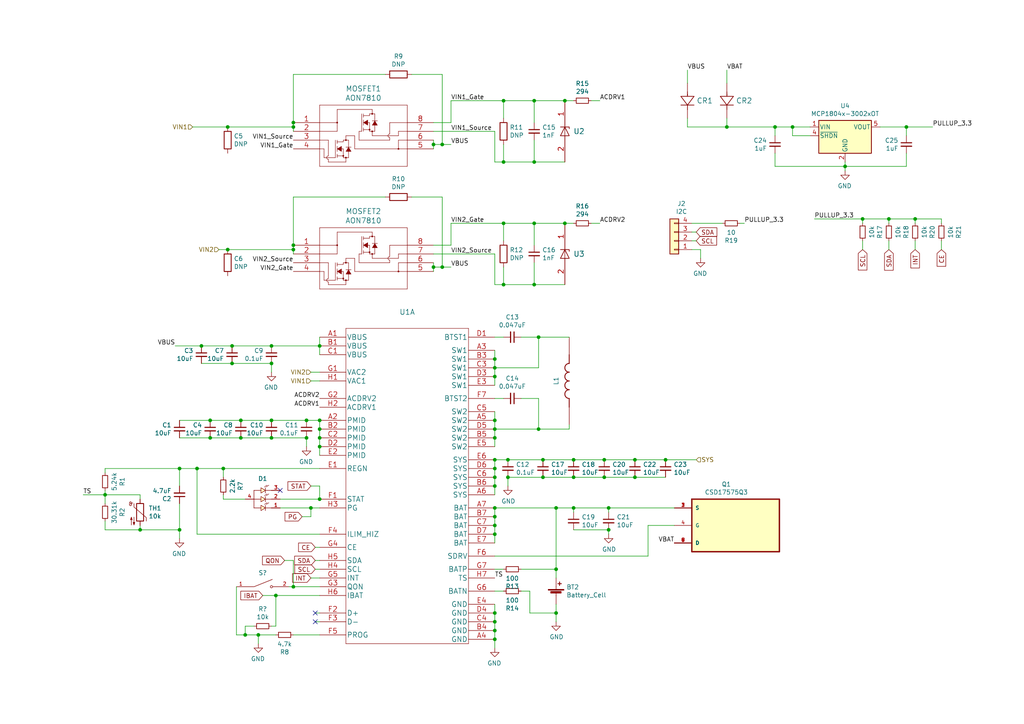
<source format=kicad_sch>
(kicad_sch (version 20211123) (generator eeschema)
  (paper "A4")
  (junction (at 175.26 138.43))
  (junction (at 143.51 140.97))
  (junction (at 143.51 177.8))
  (junction (at 176.53 153.67))
  (junction (at 80.01 172.72))
  (junction (at 52.07 135.89))
  (junction (at 161.29 147.32))
  (junction (at 143.51 180.34))
  (junction (at 175.26 133.35))
  (junction (at 143.51 106.68))
  (junction (at 146.05 64.77))
  (junction (at 147.32 138.43))
  (junction (at 85.09 35.56))
  (junction (at 60.96 121.92))
  (junction (at 143.51 185.42))
  (junction (at 143.51 149.86))
  (junction (at 92.71 121.92))
  (junction (at 57.15 135.89))
  (junction (at 143.51 121.92))
  (junction (at 88.9 121.92))
  (junction (at 143.51 182.88))
  (junction (at 146.05 46.99))
  (junction (at 92.71 129.54))
  (junction (at 156.21 124.46))
  (junction (at 154.94 29.21))
  (junction (at 143.51 135.89))
  (junction (at 78.74 100.33))
  (junction (at 166.37 138.43))
  (junction (at 85.09 36.83))
  (junction (at 143.51 154.94))
  (junction (at 78.74 105.41))
  (junction (at 128.27 77.47))
  (junction (at 85.09 72.39))
  (junction (at 90.17 147.32))
  (junction (at 262.89 36.83))
  (junction (at 64.77 135.89))
  (junction (at 92.71 100.33))
  (junction (at 224.79 36.83))
  (junction (at 229.87 36.83))
  (junction (at 166.37 133.35))
  (junction (at 60.96 127))
  (junction (at 67.31 100.33))
  (junction (at 146.05 29.21))
  (junction (at 69.85 127))
  (junction (at 245.11 48.26))
  (junction (at 154.94 46.99))
  (junction (at 157.48 138.43))
  (junction (at 265.43 63.5))
  (junction (at 66.04 72.39))
  (junction (at 125.73 41.91))
  (junction (at 143.51 147.32))
  (junction (at 71.12 184.15))
  (junction (at 143.51 124.46))
  (junction (at 143.51 133.35))
  (junction (at 52.07 153.67))
  (junction (at 69.85 121.92))
  (junction (at 184.15 138.43))
  (junction (at 143.51 138.43))
  (junction (at 58.42 100.33))
  (junction (at 67.31 105.41))
  (junction (at 85.09 170.18))
  (junction (at 154.94 82.55))
  (junction (at 146.05 82.55))
  (junction (at 40.64 153.67))
  (junction (at 250.19 63.5))
  (junction (at 88.9 127))
  (junction (at 163.83 29.21))
  (junction (at 161.29 165.1))
  (junction (at 156.21 97.79))
  (junction (at 30.48 143.51))
  (junction (at 184.15 133.35))
  (junction (at 161.29 177.8))
  (junction (at 176.53 147.32))
  (junction (at 92.71 144.78))
  (junction (at 92.71 124.46))
  (junction (at 154.94 64.77))
  (junction (at 125.73 77.47))
  (junction (at 143.51 127))
  (junction (at 147.32 133.35))
  (junction (at 166.37 147.32))
  (junction (at 85.09 71.12))
  (junction (at 143.51 109.22))
  (junction (at 128.27 41.91))
  (junction (at 78.74 121.92))
  (junction (at 92.71 127))
  (junction (at 210.82 36.83))
  (junction (at 74.93 184.15))
  (junction (at 143.51 104.14))
  (junction (at 193.04 133.35))
  (junction (at 143.51 152.4))
  (junction (at 257.81 63.5))
  (junction (at 78.74 127))
  (junction (at 66.04 36.83))
  (junction (at 163.83 64.77))
  (junction (at 157.48 133.35))
  (no_connect (at 91.44 180.34))
  (no_connect (at 81.28 142.24))
  (no_connect (at 91.44 177.8))
  (wire (pts (xy 125.73 35.56) (xy 130.81 35.56)))
  (wire (pts (xy 166.37 133.35) (xy 175.26 133.35)))
  (wire (pts (xy 163.83 29.21) (xy 166.37 29.21)))
  (wire (pts (xy 265.43 69.85) (xy 265.43 72.39)))
  (wire (pts (xy 125.73 38.1) (xy 143.51 38.1)))
  (wire (pts (xy 200.66 67.31) (xy 201.93 67.31)))
  (wire (pts (xy 147.32 133.35) (xy 157.48 133.35)))
  (wire (pts (xy 69.85 127) (xy 60.96 127)))
  (wire (pts (xy 143.51 119.38) (xy 143.51 121.92)))
  (wire (pts (xy 90.17 107.95) (xy 92.71 107.95)))
  (wire (pts (xy 166.37 153.67) (xy 176.53 153.67)))
  (wire (pts (xy 143.51 82.55) (xy 146.05 82.55)))
  (wire (pts (xy 81.28 144.78) (xy 92.71 144.78)))
  (wire (pts (xy 154.94 82.55) (xy 163.83 82.55)))
  (wire (pts (xy 128.27 57.15) (xy 128.27 77.47)))
  (wire (pts (xy 210.82 34.29) (xy 210.82 36.83)))
  (wire (pts (xy 50.8 100.33) (xy 58.42 100.33)))
  (wire (pts (xy 78.74 121.92) (xy 69.85 121.92)))
  (wire (pts (xy 143.51 149.86) (xy 143.51 152.4)))
  (wire (pts (xy 154.94 64.77) (xy 163.83 64.77)))
  (wire (pts (xy 30.48 137.16) (xy 30.48 135.89)))
  (wire (pts (xy 143.51 165.1) (xy 146.05 165.1)))
  (wire (pts (xy 151.13 171.45) (xy 153.67 171.45)))
  (wire (pts (xy 146.05 29.21) (xy 154.94 29.21)))
  (wire (pts (xy 143.51 175.26) (xy 143.51 177.8)))
  (wire (pts (xy 91.44 165.1) (xy 92.71 165.1)))
  (wire (pts (xy 143.51 121.92) (xy 143.51 124.46)))
  (wire (pts (xy 143.51 147.32) (xy 161.29 147.32)))
  (wire (pts (xy 143.51 147.32) (xy 143.51 149.86)))
  (wire (pts (xy 154.94 40.64) (xy 154.94 46.99)))
  (wire (pts (xy 224.79 36.83) (xy 224.79 39.37)))
  (wire (pts (xy 30.48 151.13) (xy 30.48 153.67)))
  (wire (pts (xy 92.71 124.46) (xy 92.71 121.92)))
  (wire (pts (xy 165.1 97.79) (xy 156.21 97.79)))
  (wire (pts (xy 82.55 162.56) (xy 85.09 162.56)))
  (wire (pts (xy 83.82 170.18) (xy 85.09 170.18)))
  (wire (pts (xy 90.17 110.49) (xy 92.71 110.49)))
  (wire (pts (xy 176.53 147.32) (xy 176.53 148.59)))
  (wire (pts (xy 166.37 147.32) (xy 176.53 147.32)))
  (wire (pts (xy 74.93 186.69) (xy 74.93 184.15)))
  (wire (pts (xy 146.05 64.77) (xy 154.94 64.77)))
  (wire (pts (xy 85.09 71.12) (xy 85.09 72.39)))
  (wire (pts (xy 151.13 115.57) (xy 156.21 115.57)))
  (wire (pts (xy 273.05 63.5) (xy 273.05 64.77)))
  (wire (pts (xy 67.31 100.33) (xy 58.42 100.33)))
  (wire (pts (xy 85.09 184.15) (xy 92.71 184.15)))
  (wire (pts (xy 85.09 21.59) (xy 111.76 21.59)))
  (wire (pts (xy 257.81 69.85) (xy 257.81 72.39)))
  (wire (pts (xy 153.67 171.45) (xy 153.67 177.8)))
  (wire (pts (xy 40.64 153.67) (xy 52.07 153.67)))
  (wire (pts (xy 80.01 172.72) (xy 80.01 181.61)))
  (wire (pts (xy 255.27 36.83) (xy 262.89 36.83)))
  (wire (pts (xy 250.19 63.5) (xy 257.81 63.5)))
  (wire (pts (xy 143.51 143.51) (xy 143.51 140.97)))
  (wire (pts (xy 146.05 46.99) (xy 154.94 46.99)))
  (wire (pts (xy 143.51 106.68) (xy 156.21 106.68)))
  (wire (pts (xy 210.82 20.32) (xy 210.82 24.13)))
  (wire (pts (xy 90.17 149.86) (xy 90.17 147.32)))
  (wire (pts (xy 40.64 153.67) (xy 40.64 152.4)))
  (wire (pts (xy 199.39 34.29) (xy 199.39 36.83)))
  (wire (pts (xy 176.53 154.94) (xy 176.53 153.67)))
  (wire (pts (xy 229.87 36.83) (xy 229.87 39.37)))
  (wire (pts (xy 143.51 115.57) (xy 146.05 115.57)))
  (wire (pts (xy 143.51 182.88) (xy 143.51 185.42)))
  (wire (pts (xy 143.51 106.68) (xy 143.51 109.22)))
  (wire (pts (xy 130.81 29.21) (xy 146.05 29.21)))
  (wire (pts (xy 166.37 147.32) (xy 166.37 148.59)))
  (wire (pts (xy 85.09 162.56) (xy 85.09 170.18)))
  (wire (pts (xy 57.15 135.89) (xy 57.15 154.94)))
  (wire (pts (xy 92.71 140.97) (xy 92.71 144.78)))
  (wire (pts (xy 153.67 177.8) (xy 161.29 177.8)))
  (wire (pts (xy 154.94 29.21) (xy 163.83 29.21)))
  (wire (pts (xy 161.29 167.64) (xy 161.29 165.1)))
  (wire (pts (xy 80.01 172.72) (xy 92.71 172.72)))
  (wire (pts (xy 262.89 48.26) (xy 245.11 48.26)))
  (wire (pts (xy 30.48 142.24) (xy 30.48 143.51)))
  (wire (pts (xy 52.07 135.89) (xy 57.15 135.89)))
  (wire (pts (xy 128.27 77.47) (xy 125.73 77.47)))
  (wire (pts (xy 262.89 36.83) (xy 270.51 36.83)))
  (wire (pts (xy 245.11 48.26) (xy 245.11 49.53)))
  (wire (pts (xy 214.63 64.77) (xy 215.9 64.77)))
  (wire (pts (xy 68.58 184.15) (xy 71.12 184.15)))
  (wire (pts (xy 200.66 64.77) (xy 209.55 64.77)))
  (wire (pts (xy 143.51 127) (xy 143.51 129.54)))
  (wire (pts (xy 143.51 154.94) (xy 143.51 157.48)))
  (wire (pts (xy 146.05 82.55) (xy 154.94 82.55)))
  (wire (pts (xy 146.05 41.91) (xy 146.05 46.99)))
  (wire (pts (xy 143.51 152.4) (xy 143.51 154.94)))
  (wire (pts (xy 119.38 21.59) (xy 128.27 21.59)))
  (wire (pts (xy 88.9 127) (xy 78.74 127)))
  (wire (pts (xy 200.66 72.39) (xy 203.2 72.39)))
  (wire (pts (xy 92.71 129.54) (xy 92.71 127)))
  (wire (pts (xy 199.39 20.32) (xy 199.39 24.13)))
  (wire (pts (xy 71.12 184.15) (xy 71.12 181.61)))
  (wire (pts (xy 92.71 127) (xy 92.71 124.46)))
  (wire (pts (xy 236.22 63.5) (xy 250.19 63.5)))
  (wire (pts (xy 125.73 73.66) (xy 143.51 73.66)))
  (wire (pts (xy 85.09 170.18) (xy 92.71 170.18)))
  (wire (pts (xy 187.96 152.4) (xy 195.58 152.4)))
  (wire (pts (xy 146.05 69.85) (xy 146.05 64.77)))
  (wire (pts (xy 156.21 106.68) (xy 156.21 97.79)))
  (wire (pts (xy 171.45 29.21) (xy 173.99 29.21)))
  (wire (pts (xy 166.37 138.43) (xy 175.26 138.43)))
  (wire (pts (xy 187.96 161.29) (xy 187.96 152.4)))
  (wire (pts (xy 143.51 140.97) (xy 143.51 138.43)))
  (wire (pts (xy 67.31 100.33) (xy 78.74 100.33)))
  (wire (pts (xy 74.93 184.15) (xy 80.01 184.15)))
  (wire (pts (xy 130.81 35.56) (xy 130.81 29.21)))
  (wire (pts (xy 92.71 100.33) (xy 92.71 102.87)))
  (wire (pts (xy 88.9 121.92) (xy 78.74 121.92)))
  (wire (pts (xy 119.38 57.15) (xy 128.27 57.15)))
  (wire (pts (xy 143.51 135.89) (xy 143.51 133.35)))
  (wire (pts (xy 143.51 138.43) (xy 143.51 135.89)))
  (wire (pts (xy 165.1 123.19) (xy 165.1 124.46)))
  (wire (pts (xy 55.88 36.83) (xy 66.04 36.83)))
  (wire (pts (xy 66.04 36.83) (xy 85.09 36.83)))
  (wire (pts (xy 85.09 71.12) (xy 85.09 57.15)))
  (wire (pts (xy 90.17 167.64) (xy 92.71 167.64)))
  (wire (pts (xy 143.51 101.6) (xy 143.51 104.14)))
  (wire (pts (xy 30.48 135.89) (xy 52.07 135.89)))
  (wire (pts (xy 176.53 147.32) (xy 195.58 147.32)))
  (wire (pts (xy 143.51 133.35) (xy 147.32 133.35)))
  (wire (pts (xy 91.44 158.75) (xy 92.71 158.75)))
  (wire (pts (xy 68.58 170.18) (xy 68.58 184.15)))
  (wire (pts (xy 143.51 46.99) (xy 146.05 46.99)))
  (wire (pts (xy 175.26 138.43) (xy 184.15 138.43)))
  (wire (pts (xy 85.09 72.39) (xy 85.09 73.66)))
  (wire (pts (xy 130.81 71.12) (xy 130.81 64.77)))
  (wire (pts (xy 88.9 129.54) (xy 88.9 127)))
  (wire (pts (xy 130.81 64.77) (xy 146.05 64.77)))
  (wire (pts (xy 64.77 144.78) (xy 71.12 144.78)))
  (wire (pts (xy 143.51 124.46) (xy 143.51 127)))
  (wire (pts (xy 161.29 165.1) (xy 151.13 165.1)))
  (wire (pts (xy 40.64 143.51) (xy 40.64 144.78)))
  (wire (pts (xy 143.51 177.8) (xy 143.51 180.34)))
  (wire (pts (xy 78.74 127) (xy 69.85 127)))
  (wire (pts (xy 265.43 63.5) (xy 265.43 64.77)))
  (wire (pts (xy 143.51 161.29) (xy 187.96 161.29)))
  (wire (pts (xy 161.29 147.32) (xy 161.29 165.1)))
  (wire (pts (xy 52.07 146.05) (xy 52.07 153.67)))
  (wire (pts (xy 63.5 72.39) (xy 66.04 72.39)))
  (wire (pts (xy 147.32 140.97) (xy 147.32 138.43)))
  (wire (pts (xy 257.81 63.5) (xy 265.43 63.5)))
  (wire (pts (xy 257.81 63.5) (xy 257.81 64.77)))
  (wire (pts (xy 90.17 147.32) (xy 92.71 147.32)))
  (wire (pts (xy 184.15 133.35) (xy 193.04 133.35)))
  (wire (pts (xy 67.31 105.41) (xy 58.42 105.41)))
  (wire (pts (xy 161.29 180.34) (xy 161.29 177.8)))
  (wire (pts (xy 143.51 97.79) (xy 146.05 97.79)))
  (wire (pts (xy 229.87 39.37) (xy 234.95 39.37)))
  (wire (pts (xy 125.73 41.91) (xy 125.73 43.18)))
  (wire (pts (xy 154.94 64.77) (xy 154.94 71.12)))
  (wire (pts (xy 143.51 38.1) (xy 143.51 46.99)))
  (wire (pts (xy 143.51 185.42) (xy 143.51 187.96)))
  (wire (pts (xy 69.85 121.92) (xy 60.96 121.92)))
  (wire (pts (xy 92.71 162.56) (xy 91.44 162.56)))
  (wire (pts (xy 193.04 133.35) (xy 201.93 133.35)))
  (wire (pts (xy 30.48 143.51) (xy 40.64 143.51)))
  (wire (pts (xy 76.2 172.72) (xy 80.01 172.72)))
  (wire (pts (xy 92.71 97.79) (xy 92.71 100.33)))
  (wire (pts (xy 64.77 135.89) (xy 92.71 135.89)))
  (wire (pts (xy 224.79 44.45) (xy 224.79 48.26)))
  (wire (pts (xy 92.71 100.33) (xy 78.74 100.33)))
  (wire (pts (xy 60.96 121.92) (xy 52.07 121.92)))
  (wire (pts (xy 87.63 149.86) (xy 90.17 149.86)))
  (wire (pts (xy 128.27 41.91) (xy 125.73 41.91)))
  (wire (pts (xy 273.05 69.85) (xy 273.05 72.39)))
  (wire (pts (xy 146.05 34.29) (xy 146.05 29.21)))
  (wire (pts (xy 163.83 64.77) (xy 166.37 64.77)))
  (wire (pts (xy 229.87 36.83) (xy 234.95 36.83)))
  (wire (pts (xy 143.51 73.66) (xy 143.51 82.55)))
  (wire (pts (xy 143.51 104.14) (xy 143.51 106.68)))
  (wire (pts (xy 146.05 77.47) (xy 146.05 82.55)))
  (wire (pts (xy 90.17 140.97) (xy 92.71 140.97)))
  (wire (pts (xy 175.26 133.35) (xy 184.15 133.35)))
  (wire (pts (xy 203.2 72.39) (xy 203.2 74.93)))
  (wire (pts (xy 64.77 143.51) (xy 64.77 144.78)))
  (wire (pts (xy 143.51 180.34) (xy 143.51 182.88)))
  (wire (pts (xy 30.48 153.67) (xy 40.64 153.67)))
  (wire (pts (xy 154.94 46.99) (xy 163.83 46.99)))
  (wire (pts (xy 52.07 140.97) (xy 52.07 135.89)))
  (wire (pts (xy 85.09 36.83) (xy 85.09 38.1)))
  (wire (pts (xy 199.39 36.83) (xy 210.82 36.83)))
  (wire (pts (xy 250.19 63.5) (xy 250.19 64.77)))
  (wire (pts (xy 229.87 36.83) (xy 224.79 36.83)))
  (wire (pts (xy 143.51 109.22) (xy 143.51 111.76)))
  (wire (pts (xy 85.09 35.56) (xy 85.09 36.83)))
  (wire (pts (xy 156.21 97.79) (xy 151.13 97.79)))
  (wire (pts (xy 156.21 124.46) (xy 143.51 124.46)))
  (wire (pts (xy 130.81 41.91) (xy 128.27 41.91)))
  (wire (pts (xy 262.89 44.45) (xy 262.89 48.26)))
  (wire (pts (xy 210.82 36.83) (xy 224.79 36.83)))
  (wire (pts (xy 125.73 77.47) (xy 125.73 78.74)))
  (wire (pts (xy 265.43 63.5) (xy 273.05 63.5)))
  (wire (pts (xy 67.31 105.41) (xy 78.74 105.41)))
  (wire (pts (xy 85.09 35.56) (xy 85.09 21.59)))
  (wire (pts (xy 57.15 154.94) (xy 92.71 154.94)))
  (wire (pts (xy 147.32 138.43) (xy 157.48 138.43)))
  (wire (pts (xy 154.94 76.2) (xy 154.94 82.55)))
  (wire (pts (xy 224.79 48.26) (xy 245.11 48.26)))
  (wire (pts (xy 250.19 69.85) (xy 250.19 72.39)))
  (wire (pts (xy 161.29 177.8) (xy 161.29 175.26)))
  (wire (pts (xy 128.27 21.59) (xy 128.27 41.91)))
  (wire (pts (xy 130.81 77.47) (xy 128.27 77.47)))
  (wire (pts (xy 165.1 124.46) (xy 156.21 124.46)))
  (wire (pts (xy 92.71 132.08) (xy 92.71 129.54)))
  (wire (pts (xy 71.12 181.61) (xy 73.66 181.61)))
  (wire (pts (xy 92.71 180.34) (xy 91.44 180.34)))
  (wire (pts (xy 30.48 143.51) (xy 30.48 146.05)))
  (wire (pts (xy 154.94 29.21) (xy 154.94 35.56)))
  (wire (pts (xy 143.51 171.45) (xy 146.05 171.45)))
  (wire (pts (xy 60.96 127) (xy 52.07 127)))
  (wire (pts (xy 157.48 138.43) (xy 166.37 138.43)))
  (wire (pts (xy 85.09 57.15) (xy 111.76 57.15)))
  (wire (pts (xy 184.15 138.43) (xy 193.04 138.43)))
  (wire (pts (xy 92.71 121.92) (xy 88.9 121.92)))
  (wire (pts (xy 157.48 133.35) (xy 166.37 133.35)))
  (wire (pts (xy 245.11 46.99) (xy 245.11 48.26)))
  (wire (pts (xy 125.73 40.64) (xy 125.73 41.91)))
  (wire (pts (xy 71.12 184.15) (xy 74.93 184.15)))
  (wire (pts (xy 81.28 147.32) (xy 90.17 147.32)))
  (wire (pts (xy 262.89 39.37) (xy 262.89 36.83)))
  (wire (pts (xy 78.74 107.95) (xy 78.74 105.41)))
  (wire (pts (xy 66.04 72.39) (xy 85.09 72.39)))
  (wire (pts (xy 171.45 64.77) (xy 173.99 64.77)))
  (wire (pts (xy 64.77 135.89) (xy 64.77 138.43)))
  (wire (pts (xy 156.21 115.57) (xy 156.21 124.46)))
  (wire (pts (xy 125.73 71.12) (xy 130.81 71.12)))
  (wire (pts (xy 78.74 181.61) (xy 80.01 181.61)))
  (wire (pts (xy 57.15 135.89) (xy 64.77 135.89)))
  (wire (pts (xy 200.66 69.85) (xy 201.93 69.85)))
  (wire (pts (xy 52.07 153.67) (xy 52.07 156.21)))
  (wire (pts (xy 91.44 177.8) (xy 92.71 177.8)))
  (wire (pts (xy 30.48 143.51) (xy 24.13 143.51)))
  (wire (pts (xy 125.73 76.2) (xy 125.73 77.47)))
  (wire (pts (xy 161.29 147.32) (xy 166.37 147.32)))
  (label "VBUS" (at 50.8 100.33 180))
  (label "VIN1_Source" (at 130.81 38.1 0))
  (label "VBAT" (at 210.82 20.32 0))
  (label "TS" (at 143.51 167.64 0))
  (label "VIN1_Gate" (at 85.09 43.18 180))
  (label "PULLUP_3.3" (at 236.22 63.5 0))
  (label "ACDRV1" (at 173.99 29.21 0))
  (label "VBUS" (at 130.81 77.47 0))
  (label "VIN2_Source" (at 85.09 76.2 180))
  (label "VBUS" (at 199.39 20.32 0))
  (label "ACDRV2" (at 173.99 64.77 0))
  (label "VIN1_Gate" (at 130.81 29.21 0))
  (label "PULLUP_3.3" (at 215.9 64.77 0))
  (label "ACDRV2" (at 92.71 115.57 180))
  (label "VIN2_Gate" (at 130.81 64.77 0))
  (label "VIN2_Source" (at 130.81 73.66 0))
  (label "VIN2_Gate" (at 85.09 78.74 180))
  (label "VBAT" (at 195.58 157.48 180))
  (label "VIN1_Source" (at 85.09 40.64 180))
  (label "ACDRV1" (at 92.71 118.11 180))
  (label "TS" (at 24.13 143.51 0))
  (label "VBUS" (at 130.81 41.91 0))
  (label "PULLUP_3.3" (at 270.51 36.83 0))
  (global_label "IBAT" (shape input) (at 76.2 172.72 180) (property "Intersheet References" "${INTERSHEET_REFS}" (effects hide)))
  (global_label "PG" (shape input) (at 87.63 149.86 180) (property "Intersheet References" "${INTERSHEET_REFS}" (effects hide)))
  (global_label "SCL" (shape input) (at 250.19 72.39 270) (property "Intersheet References" "${INTERSHEET_REFS}" (effects hide)))
  (global_label "SCL" (shape input) (at 201.93 69.85 0) (property "Intersheet References" "${INTERSHEET_REFS}" (effects hide)))
  (global_label "SDA" (shape input) (at 91.44 162.56 180) (property "Intersheet References" "${INTERSHEET_REFS}" (effects hide)))
  (global_label "CE" (shape input) (at 273.05 72.39 270) (property "Intersheet References" "${INTERSHEET_REFS}" (effects hide)))
  (global_label "QON" (shape input) (at 82.55 162.56 180) (property "Intersheet References" "${INTERSHEET_REFS}" (effects hide)))
  (global_label "INT" (shape input) (at 265.43 72.39 270) (property "Intersheet References" "${INTERSHEET_REFS}" (effects hide)))
  (global_label "SDA" (shape input) (at 201.93 67.31 0) (property "Intersheet References" "${INTERSHEET_REFS}" (effects hide)))
  (global_label "SDA" (shape input) (at 257.81 72.39 270) (property "Intersheet References" "${INTERSHEET_REFS}" (effects hide)))
  (global_label "INT" (shape input) (at 90.17 167.64 180) (property "Intersheet References" "${INTERSHEET_REFS}" (effects hide)))
  (global_label "CE" (shape input) (at 91.44 158.75 180) (property "Intersheet References" "${INTERSHEET_REFS}" (effects hide)))
  (global_label "SCL" (shape input) (at 91.44 165.1 180) (property "Intersheet References" "${INTERSHEET_REFS}" (effects hide)))
  (global_label "STAT" (shape input) (at 90.17 140.97 180) (property "Intersheet References" "${INTERSHEET_REFS}" (effects hide)))
  (hierarchical_label "VIN2" (shape input) (at 90.17 107.95 180))
  (hierarchical_label "VIN1" (shape input) (at 55.88 36.83 180))
  (hierarchical_label "SYS" (shape input) (at 201.93 133.35 0))
  (hierarchical_label "VIN2" (shape input) (at 63.5 72.39 180))
  (hierarchical_label "VIN1" (shape input) (at 90.17 110.49 180))
  (symbol (lib_id "robot-rescue:BQ24179YBGR-BQ24179YBGR") (at 92.71 100.33 0) (unit 1)
    (property "Reference" "U1" (at 118.11 90.5002 0) (effects (font (size 1.524 1.524))))
    (property "Footprint" "custom_modules:BQ24179YBGR" (effects hide))
    (property "Datasheet" "https://www.ti.com/lit/ds/symlink/bq24179.pdf?ts=1635226997586&ref_url=https%253A%252F%252Fwww.ti.com%252Fproduct%252FBQ24179" (effects hide))
    (property "Digi-Key Part Number" "296-BQ24179YBGRCT-ND" (effects hide))
    (property "Manufacturer Part Number" "BQ24179YBGR" (effects hide))
  )
  (symbol (lib_id "robot-rescue:AON7810-AON7810") (at 85.09 35.56 0) (unit 1)
    (property "Reference" "MOSFET1" (at 105.41 25.7302 0) (effects (font (size 1.524 1.524))))
    (property "Value" "AON7810" (at 105.41 28.4226 0) (effects (font (size 1.524 1.524))))
    (property "Footprint" "custom_transistors:AON7810" (effects hide))
    (property "Datasheet" "http://aosmd.com/res/data_sheets/AON7810.pdf" (effects hide))
    (property "Digi-Key Part Number" "785-1775-1-ND" (effects hide))
    (property "Manufacturer Part Number" "AON7810" (effects hide))
  )
  (symbol (lib_id "robot-rescue:ETQP4M2R2KVC-ETQP4M2R2KVC") (at 165.1 110.49 90) (unit 1)
    (property "Reference" "L1" (at 161.29 110.49 0))
    (property "Value" "ETQP4M2R2KVC" (effects hide))
    (property "Footprint" "custom_inductors:IND_ETQP4M2R2KVC" (effects hide))
    (property "MANUFACTURER" "Panasonic" (effects hide))
    (property "MAXIMUM_PACKAGE_HEIGHT" "4.0 mm" (effects hide))
    (property "STANDARD" "Manufacturer Recommendations" (effects hide))
    (property "PARTREV" "1-Feb-20" (effects hide))
    (property "Digi-Key Part Number" "PCD2462CT-ND" (effects hide))
    (property "Manufactuer Part Number" "ETQ-P4M2R2KVC" (effects hide))
  )
  (symbol (lib_id "robot-rescue:MM3Z13VT1G-MM3Z13VT1G") (at 163.83 12.7 270) (unit 1)
    (property "Reference" "U2" (at 166.2938 38.1 90) (effects (font (size 1.524 1.524)) (justify left)))
    (property "Value" "MM3Z13VT1G" (effects hide))
    (property "Footprint" "custom_transistors:MM3Z13VT1G" (effects hide))
    (property "Datasheet" "https://media.digikey.com/pdf/Data%20Sheets/ON%20Semiconductor%20PDFs/MM3ZyyyT1G_SZMM3ZyyyT1G_Series_rev.11_Sep2014.pdf" (effects hide))
    (property "Digi-Key Part Number" "MM3Z13VT1GOSCT-ND" (effects hide))
    (property "Manufacturer Part Number" "MM3Z13VT1G" (effects hide))
  )
  (symbol (lib_id "robot-rescue:R_Small-Device") (at 168.91 29.21 270) (unit 1)
    (property "Reference" "R15" (at 168.91 24.2316 90))
    (property "Value" "294" (at 168.91 26.543 90))
    (property "Footprint" "Resistor_SMD:R_0603_1608Metric" (effects hide))
    (property "Datasheet" "https://www.vishay.com/docs/20035/dcrcwe3.pdf" (effects hide))
    (property "Digi-Key Part Number" "541-294HCT-ND" (effects hide))
    (property "Manufacturer Part Number" "CRCW0603294RFKEA" (effects hide))
  )
  (symbol (lib_id "robot-rescue:C_Small-Device") (at 154.94 38.1 0) (unit 1)
    (property "Reference" "C15" (at 157.2768 36.9316 0) (effects (justify left)))
    (property "Value" "1nF" (at 157.2768 39.243 0) (effects (justify left)))
    (property "Footprint" "Capacitor_SMD:C_0402_1005Metric" (effects hide))
    (property "Datasheet" "http://www.passivecomponent.com/wp-content/uploads/2018/10/MLCC.pdf" (effects hide))
    (property "Digi-Key Part Number" "1292-1244-1-ND" (effects hide))
    (property "Manufacturer Part Number" "0402N102F500CT" (effects hide))
  )
  (symbol (lib_id "robot-rescue:NetTie-custom_passives") (at 115.57 21.59 270) (unit 1)
    (property "Reference" "R9" (at 115.57 16.3322 90))
    (property "Value" "DNP" (at 115.57 18.6436 90))
    (property "Footprint" "custom_passives:C_0603_1608Metric_DNP" (effects hide))
  )
  (symbol (lib_id "robot-rescue:AON7810-AON7810") (at 85.09 71.12 0) (unit 1)
    (property "Reference" "MOSFET2" (at 105.41 61.2902 0) (effects (font (size 1.524 1.524))))
    (property "Value" "AON7810" (at 105.41 63.9826 0) (effects (font (size 1.524 1.524))))
    (property "Footprint" "custom_transistors:AON7810" (effects hide))
    (property "Datasheet" "http://aosmd.com/res/data_sheets/AON7810.pdf" (effects hide))
    (property "Digi-Key Part Number" "785-1775-1-ND" (effects hide))
    (property "Manufacturer Part Number" "AON7810" (effects hide))
  )
  (symbol (lib_id "robot-rescue:MM3Z13VT1G-MM3Z13VT1G") (at 163.83 48.26 270) (unit 1)
    (property "Reference" "U3" (at 166.2938 73.66 90) (effects (font (size 1.524 1.524)) (justify left)))
    (property "Value" "MM3Z13VT1G" (effects hide))
    (property "Footprint" "custom_transistors:MM3Z13VT1G" (effects hide))
    (property "Datasheet" "https://media.digikey.com/pdf/Data%20Sheets/ON%20Semiconductor%20PDFs/MM3ZyyyT1G_SZMM3ZyyyT1G_Series_rev.11_Sep2014.pdf" (effects hide))
    (property "Digi-Key Part Number" "MM3Z13VT1GOSCT-ND" (effects hide))
    (property "Manufacturer Part Number" "MM3Z13VT1G" (effects hide))
  )
  (symbol (lib_id "robot-rescue:R_Small-Device") (at 168.91 64.77 270) (unit 1)
    (property "Reference" "R16" (at 168.91 59.7916 90))
    (property "Value" "294" (at 168.91 62.103 90))
    (property "Footprint" "Resistor_SMD:R_0603_1608Metric" (effects hide))
    (property "Datasheet" "https://www.vishay.com/docs/20035/dcrcwe3.pdf" (effects hide))
    (property "Digi-Key Part Number" "541-294HCT-ND" (effects hide))
    (property "Manufacturer Part Number" "CRCW0603294RFKEA" (effects hide))
  )
  (symbol (lib_id "robot-rescue:C_Small-Device") (at 154.94 73.66 0) (unit 1)
    (property "Reference" "C16" (at 157.2768 72.4916 0) (effects (justify left)))
    (property "Value" "1nF" (at 157.2768 74.803 0) (effects (justify left)))
    (property "Footprint" "Capacitor_SMD:C_0402_1005Metric" (effects hide))
    (property "Datasheet" "http://www.passivecomponent.com/wp-content/uploads/2018/10/MLCC.pdf" (effects hide))
    (property "Digi-Key Part Number" "1292-1244-1-ND" (effects hide))
    (property "Manufacturer Part Number" "0402N102F500CT" (effects hide))
  )
  (symbol (lib_id "robot-rescue:NetTie-custom_passives") (at 115.57 57.15 270) (unit 1)
    (property "Reference" "R10" (at 115.57 51.8922 90))
    (property "Value" "DNP" (at 115.57 54.2036 90))
    (property "Footprint" "custom_passives:C_0603_1608Metric_DNP" (effects hide))
  )
  (symbol (lib_id "robot-rescue:NetTie-custom_passives") (at 66.04 40.64 180) (unit 1)
    (property "Reference" "C5" (at 67.818 39.4716 0) (effects (justify right)))
    (property "Value" "DNP" (at 67.818 41.783 0) (effects (justify right)))
    (property "Footprint" "custom_passives:C_0603_1608Metric_DNP" (effects hide))
  )
  (symbol (lib_id "robot-rescue:NetTie-custom_passives") (at 66.04 76.2 180) (unit 1)
    (property "Reference" "C6" (at 67.818 75.0316 0) (effects (justify right)))
    (property "Value" "DNP" (at 67.818 77.343 0) (effects (justify right)))
    (property "Footprint" "custom_passives:C_0603_1608Metric_DNP" (effects hide))
  )
  (symbol (lib_id "robot-rescue:NetTie-custom_passives") (at 146.05 38.1 180) (unit 1)
    (property "Reference" "R11" (at 147.828 36.9316 0) (effects (justify right)))
    (property "Value" "DNP" (at 147.828 39.243 0) (effects (justify right)))
    (property "Footprint" "custom_passives:C_0603_1608Metric_DNP" (effects hide))
  )
  (symbol (lib_id "robot-rescue:NetTie-custom_passives") (at 146.05 73.66 180) (unit 1)
    (property "Reference" "R12" (at 147.828 72.4916 0) (effects (justify right)))
    (property "Value" "DNP" (at 147.828 74.803 0) (effects (justify right)))
    (property "Footprint" "custom_passives:C_0603_1608Metric_DNP" (effects hide))
  )
  (symbol (lib_id "robot-rescue:C_Small-Device") (at 148.59 97.79 270) (unit 1)
    (property "Reference" "C13" (at 148.59 91.9734 90))
    (property "Value" "0.047uF" (at 148.59 94.2848 90))
    (property "Footprint" "Capacitor_SMD:C_0402_1005Metric" (effects hide))
    (property "Digi-Key Part Number" "490-3254-1-ND" (effects hide))
    (property "Manufacturer Part Number" "GRM155R71E473KA88D" (effects hide))
  )
  (symbol (lib_id "robot-rescue:C_Small-Device") (at 148.59 115.57 270) (unit 1)
    (property "Reference" "C14" (at 148.59 109.7534 90))
    (property "Value" "0.047uF" (at 148.59 112.0648 90))
    (property "Footprint" "Capacitor_SMD:C_0402_1005Metric" (effects hide))
    (property "Digi-Key Part Number" "490-3254-1-ND" (effects hide))
    (property "Manufacturer Part Number" "GRM155R71E473KA88D" (effects hide))
  )
  (symbol (lib_id "robot-rescue:C_Small-Device") (at 157.48 135.89 0) (unit 1)
    (property "Reference" "C17" (at 159.8168 134.7216 0) (effects (justify left)))
    (property "Value" "10uF" (at 159.8168 137.033 0) (effects (justify left)))
    (property "Footprint" "Capacitor_SMD:C_0805_2012Metric" (effects hide))
    (property "Datasheet" "https://search.murata.co.jp/Ceramy/image/img/A01X/G101/ENG/GRM21BR61E106KA73-01.pdf" (effects hide))
    (property "Digi-Key Part Number" " 490-16824-1-ND " (effects hide))
    (property "Manufacturer Part Number" " GRM21BR61E106KA73K " (effects hide))
  )
  (symbol (lib_id "robot-rescue:C_Small-Device") (at 166.37 135.89 0) (unit 1)
    (property "Reference" "C18" (at 168.7068 134.7216 0) (effects (justify left)))
    (property "Value" "10uF" (at 168.7068 137.033 0) (effects (justify left)))
    (property "Footprint" "Capacitor_SMD:C_0805_2012Metric" (effects hide))
    (property "Datasheet" "https://search.murata.co.jp/Ceramy/image/img/A01X/G101/ENG/GRM21BR61E106KA73-01.pdf" (effects hide))
    (property "Digi-Key Part Number" " 490-16824-1-ND " (effects hide))
    (property "Manufacturer Part Number" " GRM21BR61E106KA73K " (effects hide))
  )
  (symbol (lib_id "robot-rescue:C_Small-Device") (at 175.26 135.89 0) (unit 1)
    (property "Reference" "C20" (at 177.5968 134.7216 0) (effects (justify left)))
    (property "Value" "10uF" (at 177.5968 137.033 0) (effects (justify left)))
    (property "Footprint" "Capacitor_SMD:C_0805_2012Metric" (effects hide))
    (property "Datasheet" "https://search.murata.co.jp/Ceramy/image/img/A01X/G101/ENG/GRM21BR61E106KA73-01.pdf" (effects hide))
    (property "Digi-Key Part Number" " 490-16824-1-ND " (effects hide))
    (property "Manufacturer Part Number" " GRM21BR61E106KA73K " (effects hide))
  )
  (symbol (lib_id "robot-rescue:C_Small-Device") (at 184.15 135.89 0) (unit 1)
    (property "Reference" "C22" (at 186.4868 134.7216 0) (effects (justify left)))
    (property "Value" "10uF" (at 186.4868 137.033 0) (effects (justify left)))
    (property "Footprint" "Capacitor_SMD:C_0805_2012Metric" (effects hide))
    (property "Datasheet" "https://search.murata.co.jp/Ceramy/image/img/A01X/G101/ENG/GRM21BR61E106KA73-01.pdf" (effects hide))
    (property "Digi-Key Part Number" " 490-16824-1-ND " (effects hide))
    (property "Manufacturer Part Number" " GRM21BR61E106KA73K " (effects hide))
  )
  (symbol (lib_id "robot-rescue:C_Small-Device") (at 193.04 135.89 0) (unit 1)
    (property "Reference" "C23" (at 195.3768 134.7216 0) (effects (justify left)))
    (property "Value" "10uF" (at 195.3768 137.033 0) (effects (justify left)))
    (property "Footprint" "Capacitor_SMD:C_0805_2012Metric" (effects hide))
    (property "Datasheet" "https://search.murata.co.jp/Ceramy/image/img/A01X/G101/ENG/GRM21BR61E106KA73-01.pdf" (effects hide))
    (property "Digi-Key Part Number" " 490-16824-1-ND " (effects hide))
    (property "Manufacturer Part Number" " GRM21BR61E106KA73K " (effects hide))
  )
  (symbol (lib_id "robot-rescue:C_Small-Device") (at 147.32 135.89 0) (unit 1)
    (property "Reference" "C12" (at 149.6568 134.7216 0) (effects (justify left)))
    (property "Value" "0.1uF" (at 149.6568 137.033 0) (effects (justify left)))
    (property "Footprint" "Capacitor_SMD:C_0402_1005Metric" (effects hide))
    (property "Datasheet" "https://media.digikey.com/pdf/Data%20Sheets/Samsung%20PDFs/CL05A104KA5NNNC.pdf" (effects hide))
    (property "Digi-Key Part Number" "1276-1043-1-ND" (effects hide))
    (property "Manufacturer Part Number" "CL05A104KA5NNNC" (effects hide))
  )
  (symbol (lib_id "robot-rescue:GND-power") (at 147.32 140.97 0) (unit 1)
    (property "Reference" "#PWR0101" (effects hide))
    (property "Value" "GND" (at 147.447 145.3642 0))
  )
  (symbol (lib_id "robot-rescue:C_Small-Device") (at 78.74 124.46 0) (mirror y) (unit 1)
    (property "Reference" "C10" (at 76.4032 123.2916 0) (effects (justify left)))
    (property "Value" "10uF" (at 76.4032 125.603 0) (effects (justify left)))
    (property "Footprint" "Capacitor_SMD:C_0805_2012Metric" (effects hide))
    (property "Datasheet" "https://search.murata.co.jp/Ceramy/image/img/A01X/G101/ENG/GRM21BR61E106KA73-01.pdf" (effects hide))
    (property "Digi-Key Part Number" " 490-16824-1-ND " (effects hide))
    (property "Manufacturer Part Number" " GRM21BR61E106KA73K " (effects hide))
  )
  (symbol (lib_id "robot-rescue:C_Small-Device") (at 69.85 124.46 0) (mirror y) (unit 1)
    (property "Reference" "C8" (at 67.5132 123.2916 0) (effects (justify left)))
    (property "Value" "10uF" (at 67.5132 125.603 0) (effects (justify left)))
    (property "Footprint" "Capacitor_SMD:C_0805_2012Metric" (effects hide))
    (property "Datasheet" "https://search.murata.co.jp/Ceramy/image/img/A01X/G101/ENG/GRM21BR61E106KA73-01.pdf" (effects hide))
    (property "Digi-Key Part Number" " 490-16824-1-ND " (effects hide))
    (property "Manufacturer Part Number" " GRM21BR61E106KA73K " (effects hide))
  )
  (symbol (lib_id "robot-rescue:C_Small-Device") (at 60.96 124.46 0) (mirror y) (unit 1)
    (property "Reference" "C4" (at 58.6232 123.2916 0) (effects (justify left)))
    (property "Value" "10uF" (at 58.6232 125.603 0) (effects (justify left)))
    (property "Footprint" "Capacitor_SMD:C_0805_2012Metric" (effects hide))
    (property "Datasheet" "https://search.murata.co.jp/Ceramy/image/img/A01X/G101/ENG/GRM21BR61E106KA73-01.pdf" (effects hide))
    (property "Digi-Key Part Number" " 490-16824-1-ND " (effects hide))
    (property "Manufacturer Part Number" " GRM21BR61E106KA73K " (effects hide))
  )
  (symbol (lib_id "robot-rescue:C_Small-Device") (at 52.07 124.46 0) (mirror y) (unit 1)
    (property "Reference" "C1" (at 49.7332 123.2916 0) (effects (justify left)))
    (property "Value" "10uF" (at 49.7332 125.603 0) (effects (justify left)))
    (property "Footprint" "Capacitor_SMD:C_0805_2012Metric" (effects hide))
    (property "Datasheet" "https://search.murata.co.jp/Ceramy/image/img/A01X/G101/ENG/GRM21BR61E106KA73-01.pdf" (effects hide))
    (property "Digi-Key Part Number" " 490-16824-1-ND " (effects hide))
    (property "Manufacturer Part Number" " GRM21BR61E106KA73K " (effects hide))
  )
  (symbol (lib_id "robot-rescue:C_Small-Device") (at 88.9 124.46 0) (mirror y) (unit 1)
    (property "Reference" "C11" (at 86.5632 123.2916 0) (effects (justify left)))
    (property "Value" "0.1uF" (at 86.5632 125.603 0) (effects (justify left)))
    (property "Footprint" "Capacitor_SMD:C_0402_1005Metric" (effects hide))
    (property "Datasheet" "https://media.digikey.com/pdf/Data%20Sheets/Samsung%20PDFs/CL05A104KA5NNNC.pdf" (effects hide))
    (property "Digi-Key Part Number" "1276-1043-1-ND" (effects hide))
    (property "Manufacturer Part Number" "CL05A104KA5NNNC" (effects hide))
  )
  (symbol (lib_id "robot-rescue:GND-power") (at 88.9 129.54 0) (mirror y) (unit 1)
    (property "Reference" "#PWR0102" (effects hide))
    (property "Value" "GND" (at 88.773 133.9342 0))
  )
  (symbol (lib_id "robot-rescue:C_Small-Device") (at 52.07 143.51 180) (unit 1)
    (property "Reference" "C2" (at 49.7332 144.6784 0) (effects (justify left)))
    (property "Value" "4.7uF" (at 49.7332 142.367 0) (effects (justify left)))
    (property "Footprint" "Capacitor_SMD:C_1206_3216Metric" (effects hide))
    (property "Datasheet" "http://www.samsungsem.com/kr/support/product-search/mlcc/CL31B475KAHNFNE.jsp" (effects hide))
    (property "Digi-Key Part Number" "1276-3177-1-ND" (effects hide))
    (property "Manufacturer Part Number" "CL31B475KAHNFNE" (effects hide))
  )
  (symbol (lib_id "robot-rescue:GND-power") (at 52.07 156.21 0) (mirror y) (unit 1)
    (property "Reference" "#PWR0109" (effects hide))
    (property "Value" "GND" (at 51.943 160.6042 0))
  )
  (symbol (lib_id "robot-rescue:GND-power") (at 143.51 187.96 0) (mirror y) (unit 1)
    (property "Reference" "#PWR0103" (effects hide))
    (property "Value" "GND" (at 143.383 192.3542 0))
  )
  (symbol (lib_id "robot-rescue:R_Small-Device") (at 30.48 139.7 180) (unit 1)
    (property "Reference" "R1" (at 35.4584 139.7 90))
    (property "Value" "5.24k" (at 33.147 139.7 90))
  )
  (symbol (lib_id "robot-rescue:R_Small-Device") (at 30.48 148.59 180) (unit 1)
    (property "Reference" "R2" (at 35.4584 148.59 90))
    (property "Value" "30.31k" (at 33.147 148.59 90))
  )
  (symbol (lib_id "robot-rescue:Thermistor_NTC-Device") (at 40.64 148.59 0) (unit 1)
    (property "Reference" "TH1" (at 43.1038 147.4216 0) (effects (justify left)))
    (property "Value" "10k" (at 43.1038 149.733 0) (effects (justify left)))
    (property "Manufacturer Part Number" "103AT-2" (effects hide))
  )
  (symbol (lib_id "robot-rescue:R_Small-Device") (at 148.59 171.45 90) (unit 1)
    (property "Reference" "R14" (at 148.59 176.4284 90))
    (property "Value" "100" (at 148.59 174.117 90))
  )
  (symbol (lib_id "robot-rescue:R_Small-Device") (at 148.59 165.1 90) (unit 1)
    (property "Reference" "R13" (at 148.59 170.0784 90))
    (property "Value" "100" (at 148.59 167.767 90))
  )
  (symbol (lib_id "robot-rescue:Battery_Cell-Device") (at 161.29 172.72 0) (unit 1)
    (property "Reference" "BT2" (at 164.2872 170.2816 0) (effects (justify left)))
    (property "Value" "Battery_Cell" (at 164.2872 172.593 0) (effects (justify left)))
  )
  (symbol (lib_id "robot-rescue:C_Small-Device") (at 166.37 151.13 0) (unit 1)
    (property "Reference" "C19" (at 168.7068 149.9616 0) (effects (justify left)))
    (property "Value" "10uF" (at 168.7068 152.273 0) (effects (justify left)))
    (property "Footprint" "Capacitor_SMD:C_0805_2012Metric" (effects hide))
    (property "Datasheet" "https://search.murata.co.jp/Ceramy/image/img/A01X/G101/ENG/GRM21BR61E106KA73-01.pdf" (effects hide))
    (property "Digi-Key Part Number" " 490-16824-1-ND " (effects hide))
    (property "Manufacturer Part Number" " GRM21BR61E106KA73K " (effects hide))
  )
  (symbol (lib_id "robot-rescue:C_Small-Device") (at 176.53 151.13 0) (unit 1)
    (property "Reference" "C21" (at 178.8668 149.9616 0) (effects (justify left)))
    (property "Value" "10uF" (at 178.8668 152.273 0) (effects (justify left)))
    (property "Footprint" "Capacitor_SMD:C_0805_2012Metric" (effects hide))
    (property "Datasheet" "https://search.murata.co.jp/Ceramy/image/img/A01X/G101/ENG/GRM21BR61E106KA73-01.pdf" (effects hide))
    (property "Digi-Key Part Number" " 490-16824-1-ND " (effects hide))
    (property "Manufacturer Part Number" " GRM21BR61E106KA73K " (effects hide))
  )
  (symbol (lib_id "robot-rescue:GND-power") (at 176.53 154.94 0) (unit 1)
    (property "Reference" "#PWR0104" (effects hide))
    (property "Value" "GND" (at 176.657 159.3342 0))
  )
  (symbol (lib_id "robot-rescue:GND-power") (at 161.29 180.34 0) (unit 1)
    (property "Reference" "#PWR0105" (effects hide))
    (property "Value" "GND" (at 161.417 184.7342 0))
  )
  (symbol (lib_id "robot-rescue:C_Small-Device") (at 67.31 102.87 0) (mirror y) (unit 1)
    (property "Reference" "C7" (at 64.9732 101.7016 0) (effects (justify left)))
    (property "Value" "10uF" (at 64.9732 104.013 0) (effects (justify left)))
    (property "Footprint" "Capacitor_SMD:C_0805_2012Metric" (effects hide))
    (property "Datasheet" "https://search.murata.co.jp/Ceramy/image/img/A01X/G101/ENG/GRM21BR61E106KA73-01.pdf" (effects hide))
    (property "Digi-Key Part Number" " 490-16824-1-ND " (effects hide))
    (property "Manufacturer Part Number" " GRM21BR61E106KA73K " (effects hide))
  )
  (symbol (lib_id "robot-rescue:C_Small-Device") (at 58.42 102.87 0) (mirror y) (unit 1)
    (property "Reference" "C3" (at 56.0832 101.7016 0) (effects (justify left)))
    (property "Value" "10uF" (at 56.0832 104.013 0) (effects (justify left)))
    (property "Footprint" "Capacitor_SMD:C_0805_2012Metric" (effects hide))
    (property "Datasheet" "https://search.murata.co.jp/Ceramy/image/img/A01X/G101/ENG/GRM21BR61E106KA73-01.pdf" (effects hide))
    (property "Digi-Key Part Number" " 490-16824-1-ND " (effects hide))
    (property "Manufacturer Part Number" " GRM21BR61E106KA73K " (effects hide))
  )
  (symbol (lib_id "robot-rescue:C_Small-Device") (at 78.74 102.87 0) (mirror y) (unit 1)
    (property "Reference" "C9" (at 76.4032 101.7016 0) (effects (justify left)))
    (property "Value" "0.1uF" (at 76.4032 104.013 0) (effects (justify left)))
    (property "Footprint" "Capacitor_SMD:C_0402_1005Metric" (effects hide))
    (property "Datasheet" "https://media.digikey.com/pdf/Data%20Sheets/Samsung%20PDFs/CL05A104KA5NNNC.pdf" (effects hide))
    (property "Digi-Key Part Number" "1276-1043-1-ND" (effects hide))
    (property "Manufacturer Part Number" "CL05A104KA5NNNC" (effects hide))
  )
  (symbol (lib_id "robot-rescue:GND-power") (at 78.74 107.95 0) (mirror y) (unit 1)
    (property "Reference" "#PWR0106" (effects hide))
    (property "Value" "GND" (at 78.613 112.3442 0))
  )
  (symbol (lib_id "robot-rescue:R_Small-Device") (at 64.77 140.97 180) (unit 1)
    (property "Reference" "R7" (at 69.7484 140.97 90))
    (property "Value" "2.2k" (at 67.437 140.97 90))
  )
  (symbol (lib_id "robot-rescue:R_Small-Device") (at 82.55 184.15 90) (unit 1)
    (property "Reference" "R8" (at 82.55 189.1284 90))
    (property "Value" "4.7k" (at 82.55 186.817 90))
  )
  (symbol (lib_id "robot-rescue:GND-power") (at 74.93 186.69 0) (mirror y) (unit 1)
    (property "Reference" "#PWR0107" (effects hide))
    (property "Value" "GND" (at 74.803 191.0842 0))
  )
  (symbol (lib_id "robot-rescue:UHD1110-FKA-CL1A13R3Q1BBQFMF3-UHD1110-FKA-CL1A13R3Q1BBQFMF3") (at 73.66 144.78 0) (unit 1)
    (property "Reference" "D1" (at 76.2 138.8364 0))
    (property "Value" "UHD1110-FKA-CL1A13R3Q1BBQFMF3" (effects hide))
    (property "Footprint" "custom_modules:LED_UHD1110-FKA-CL1A13R3Q1BBQFMF3" (effects hide))
    (property "MANUFACTURER" "CREE" (effects hide))
    (property "STANDARD" "Manufacturer Recommendations" (effects hide))
    (property "Digi-Key Part Number" "UHD1110-FKA-CL1A13R3Q1BBQFMF3CT-ND" (effects hide))
    (property "Manufacturer Part Number" "UHD1110-FKA-CL1A13R3Q1BBQFMF3" (effects hide))
    (property "Manufacturer" "CreeLED, Inc." (effects hide))
  )
  (symbol (lib_id "robot-rescue:MCP1804x-3002xOT-Regulator_Linear") (at 245.11 39.37 0) (unit 1)
    (property "Reference" "U4" (at 245.11 30.6832 0))
    (property "Value" "MCP1804x-3002xOT" (at 245.11 32.9946 0))
    (property "Footprint" "Package_TO_SOT_SMD:SOT-23-5" (effects hide))
    (property "Datasheet" "http://ww1.microchip.com/downloads/en/DeviceDoc/20002200D.pdf" (effects hide))
    (property "Digi-Key Part Number" "MCP1804T-3302I/OTCT-ND" (effects hide))
    (property "Manufacturer" "Microchip Technology" (effects hide))
    (property "Manufacturer Part Number" "MCP1804T-3302I/OT" (effects hide))
  )
  (symbol (lib_id "robot-rescue:GND-power") (at 245.11 49.53 0) (mirror y) (unit 1)
    (property "Reference" "#PWR0110" (effects hide))
    (property "Value" "GND" (at 244.983 53.9242 0))
  )
  (symbol (lib_id "robot-rescue:C_Small-Device") (at 224.79 41.91 0) (mirror y) (unit 1)
    (property "Reference" "C24" (at 222.4532 40.7416 0) (effects (justify left)))
    (property "Value" "1uF" (at 222.4532 43.053 0) (effects (justify left)))
    (property "Footprint" "Capacitor_SMD:C_0603_1608Metric" (effects hide))
    (property "Datasheet" "http://www.samsungsem.com/kr/support/product-search/mlcc/CL10A105KA8NNNC.jsp" (effects hide))
    (property "Digi-Key Part Number" "1276-1102-1-ND" (effects hide))
    (property "Manufacturer Part Number" "CL10A105KA8NNNC" (effects hide))
    (property "Manufacturer" "Samsung Electro-Mechanics" (effects hide))
  )
  (symbol (lib_id "robot-rescue:BAT54HT1G-BAT54HT1G") (at 210.82 24.13 270) (unit 1)
    (property "Reference" "CR2" (at 213.4616 29.21 90) (effects (font (size 1.524 1.524)) (justify left)))
    (property "Value" "BAT54HT1G" (effects hide))
    (property "Footprint" "custom_transistors:BAT54HT1G" (effects hide))
    (property "Datasheet" "https://media.digikey.com/pdf/Data%20Sheets/Fairchild%20PDFs/BAT54HT1G_Rev_1.2.pdf" (effects hide))
    (property "Digi-Key Part Number" "BAT54HT1GOSCT-ND" (effects hide))
    (property "Manufacturer" "onsemi" (effects hide))
    (property "Manufacturer Part Number" "BAT54HT1G" (effects hide))
  )
  (symbol (lib_id "robot-rescue:BAT54HT1G-BAT54HT1G") (at 199.39 24.13 270) (unit 1)
    (property "Reference" "CR1" (at 202.0316 29.21 90) (effects (font (size 1.524 1.524)) (justify left)))
    (property "Value" "BAT54HT1G" (effects hide))
    (property "Footprint" "custom_transistors:BAT54HT1G" (effects hide))
    (property "Datasheet" "https://media.digikey.com/pdf/Data%20Sheets/Fairchild%20PDFs/BAT54HT1G_Rev_1.2.pdf" (effects hide))
    (property "Digi-Key Part Number" "BAT54HT1GOSCT-ND" (effects hide))
    (property "Manufacturer" "onsemi" (effects hide))
    (property "Manufacturer Part Number" "BAT54HT1G" (effects hide))
  )
  (symbol (lib_id "robot-rescue:C_Small-Device") (at 262.89 41.91 0) (mirror y) (unit 1)
    (property "Reference" "C25" (at 260.5532 40.7416 0) (effects (justify left)))
    (property "Value" "1uF" (at 260.5532 43.053 0) (effects (justify left)))
    (property "Footprint" "Capacitor_SMD:C_0603_1608Metric" (effects hide))
    (property "Datasheet" "http://www.samsungsem.com/kr/support/product-search/mlcc/CL10A105KA8NNNC.jsp" (effects hide))
    (property "Digi-Key Part Number" "1276-1102-1-ND" (effects hide))
    (property "Manufacturer Part Number" "CL10A105KA8NNNC" (effects hide))
    (property "Manufacturer" "Samsung Electro-Mechanics" (effects hide))
  )
  (symbol (lib_id "robot-rescue:R_Small-Device") (at 250.19 67.31 180) (unit 1)
    (property "Reference" "R17" (at 255.1684 67.31 90))
    (property "Value" "10k" (at 252.857 67.31 90))
  )
  (symbol (lib_id "robot-rescue:R_Small-Device") (at 257.81 67.31 180) (unit 1)
    (property "Reference" "R18" (at 262.7884 67.31 90))
    (property "Value" "10k" (at 260.477 67.31 90))
  )
  (symbol (lib_id "robot-rescue:R_Small-Device") (at 265.43 67.31 180) (unit 1)
    (property "Reference" "R20" (at 270.4084 67.31 90))
    (property "Value" "10k" (at 268.097 67.31 90))
  )
  (symbol (lib_id "robot-rescue:R_Small-Device") (at 273.05 67.31 180) (unit 1)
    (property "Reference" "R21" (at 278.0284 67.31 90))
    (property "Value" "10k" (at 275.717 67.31 90))
  )
  (symbol (lib_id "robot-rescue:CSD17575Q3-CSD17575Q3") (at 213.36 152.4 0) (mirror x) (unit 1)
    (property "Reference" "Q1" (at 210.6676 140.462 0))
    (property "Value" "CSD17575Q3" (at 210.6676 142.7734 0))
    (property "Footprint" "custom_transistors:TRANS_CSD17308Q3" (effects hide))
    (property "Datasheet" "https://www.ti.com/general/docs/suppproductinfo.tsp?distId=10&gotoUrl=https%3A%2F%2Fwww.ti.com%2Flit%2Fgpn%2Fcsd17575q3" (effects hide))
    (property "Digi-Key Part Number" "296-39994-1-ND" (effects hide))
    (property "Manufacturer" "Texas Instruments" (effects hide))
    (property "Manufacturer Part Number" "CSD17575Q3" (effects hide))
  )
  (symbol (lib_id "robot-rescue:R_Small-Device") (at 212.09 64.77 90) (unit 1)
    (property "Reference" "R19" (at 212.09 69.7484 90))
    (property "Value" "10" (at 212.09 67.437 90))
  )
  (symbol (lib_id "robot-rescue:GND-power") (at 203.2 74.93 0) (mirror y) (unit 1)
    (property "Reference" "#PWR0111" (effects hide))
    (property "Value" "GND" (at 203.073 79.3242 0))
  )
  (symbol (lib_id "robot-rescue:Conn_01x04-Connector_Generic") (at 195.58 69.85 180) (unit 1)
    (property "Reference" "J2" (at 197.6628 59.055 0))
    (property "Value" "I2C" (at 197.6628 61.3664 0))
  )
  (symbol (lib_id "robot-rescue:R_Small-Device") (at 76.2 181.61 270) (unit 1)
    (property "Reference" "R?" (at 76.2 176.6316 90))
    (property "Value" "10k" (at 76.2 178.943 90))
  )
  (symbol (lib_id "robot-rescue:PTS636_SM43J_SMTR_LFS-PTS636_SM43J_SMTR_LFS") (at 76.2 170.18 0) (unit 1)
    (property "Reference" "S?" (at 76.2 166.1668 0))
    (property "Value" "PTS636_SM43J_SMTR_LFS" (effects hide))
    (property "Footprint" "custom_connectors:SW_PTS636_SM43J_SMTR_LFS" (effects hide))
    (property "Datasheet" "https://www.ckswitches.com/media/2779/pts636.pdf" (effects hide))
    (property "STANDARD" "Manufacturer Recommendations" (effects hide))
    (property "MANUFACTURER" "C&K" (effects hide))
    (property "PARTREV" "27 mar 19" (effects hide))
    (property "MAXIMUM_PACKAGE_HEIGHT" "4.3 mm" (effects hide))
    (property "Digi-Key Part Number" "CKN12317-1-ND" (effects hide))
    (property "Manufacturer Part Number" "PTS636 SM43J SMTR LFS" (effects hide))
  )
)
</source>
